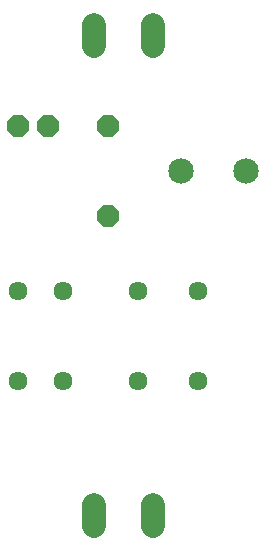
<source format=gbr>
G04 EAGLE Gerber RS-274X export*
G75*
%MOMM*%
%FSLAX34Y34*%
%LPD*%
%INSoldermask Top*%
%IPPOS*%
%AMOC8*
5,1,8,0,0,1.08239X$1,22.5*%
G01*
%ADD10C,2.153200*%
%ADD11C,1.611200*%
%ADD12P,2.034460X8X202.500000*%
%ADD13P,2.034460X8X292.500000*%
%ADD14C,1.993900*%


D10*
X256100Y355600D03*
X201100Y355600D03*
D11*
X215900Y177800D03*
X215900Y254000D03*
X165100Y177800D03*
X165100Y254000D03*
X101600Y254000D03*
X101600Y177800D03*
X63500Y254000D03*
X63500Y177800D03*
D12*
X88900Y393700D03*
X63500Y393700D03*
D13*
X139700Y393700D03*
X139700Y317500D03*
D14*
X127400Y460947D02*
X127400Y478854D01*
X177400Y478854D02*
X177400Y460947D01*
X177400Y72454D02*
X177400Y54547D01*
X127400Y54547D02*
X127400Y72454D01*
M02*

</source>
